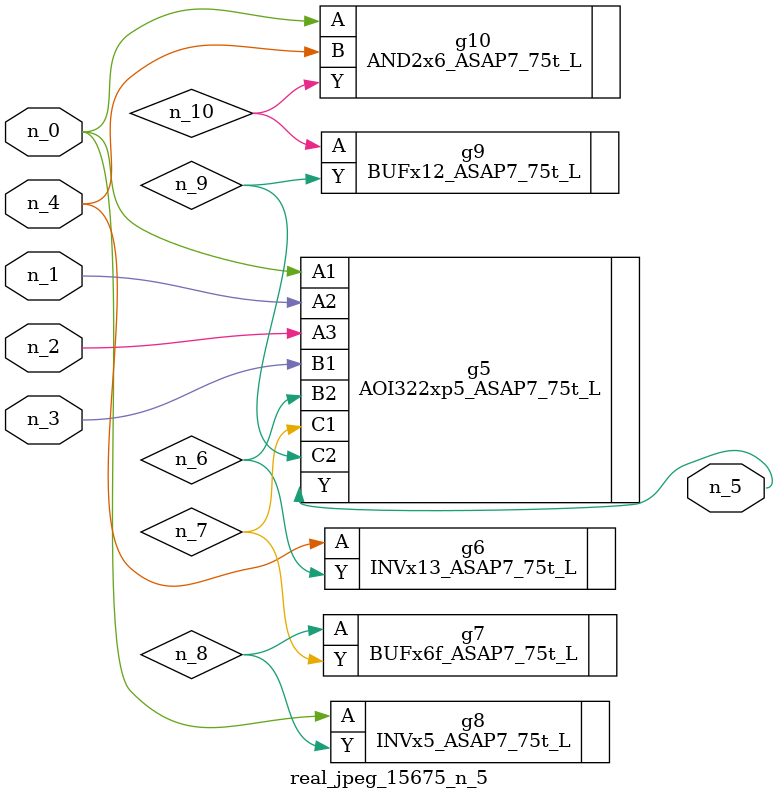
<source format=v>
module real_jpeg_15675_n_5 (n_4, n_0, n_1, n_2, n_3, n_5);

input n_4;
input n_0;
input n_1;
input n_2;
input n_3;

output n_5;

wire n_8;
wire n_6;
wire n_7;
wire n_10;
wire n_9;

AOI322xp5_ASAP7_75t_L g5 ( 
.A1(n_0),
.A2(n_1),
.A3(n_2),
.B1(n_3),
.B2(n_6),
.C1(n_7),
.C2(n_9),
.Y(n_5)
);

INVx5_ASAP7_75t_L g8 ( 
.A(n_0),
.Y(n_8)
);

AND2x6_ASAP7_75t_L g10 ( 
.A(n_0),
.B(n_4),
.Y(n_10)
);

INVx13_ASAP7_75t_L g6 ( 
.A(n_4),
.Y(n_6)
);

BUFx6f_ASAP7_75t_L g7 ( 
.A(n_8),
.Y(n_7)
);

BUFx12_ASAP7_75t_L g9 ( 
.A(n_10),
.Y(n_9)
);


endmodule
</source>
